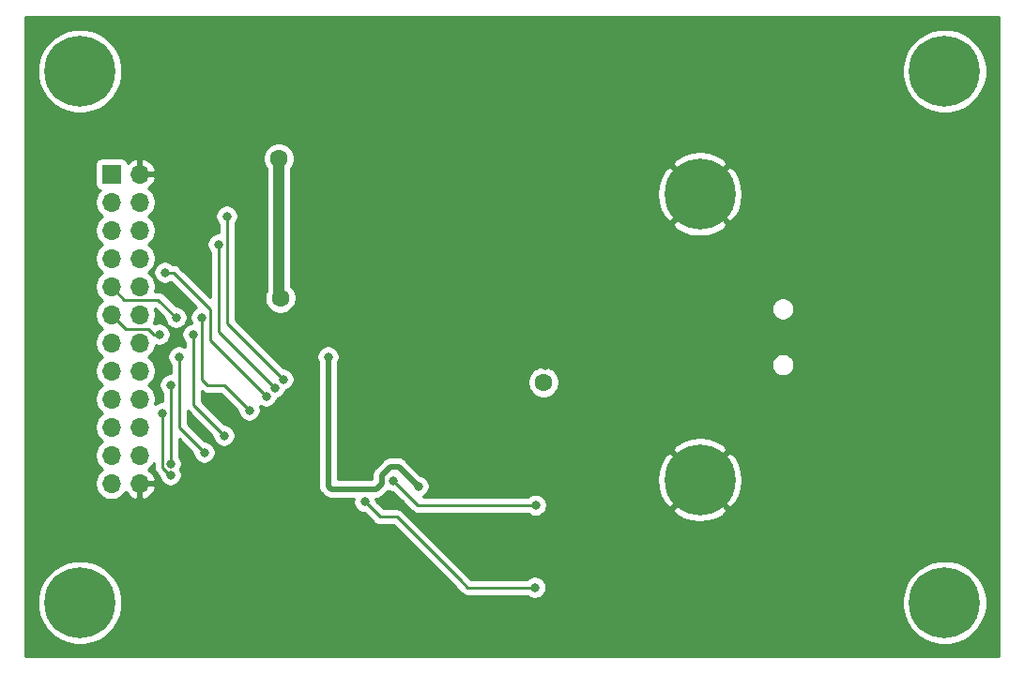
<source format=gbl>
G04 #@! TF.GenerationSoftware,KiCad,Pcbnew,(5.1.12)-1*
G04 #@! TF.CreationDate,2021-12-17T11:46:06+01:00*
G04 #@! TF.ProjectId,eth_phy_KSZ8041MLL_mezzanine,6574685f-7068-4795-9f4b-535a38303431,rev?*
G04 #@! TF.SameCoordinates,Original*
G04 #@! TF.FileFunction,Copper,L2,Bot*
G04 #@! TF.FilePolarity,Positive*
%FSLAX46Y46*%
G04 Gerber Fmt 4.6, Leading zero omitted, Abs format (unit mm)*
G04 Created by KiCad (PCBNEW (5.1.12)-1) date 2021-12-17 11:46:06*
%MOMM*%
%LPD*%
G01*
G04 APERTURE LIST*
G04 #@! TA.AperFunction,ComponentPad*
%ADD10O,1.700000X1.700000*%
G04 #@! TD*
G04 #@! TA.AperFunction,ComponentPad*
%ADD11R,1.700000X1.700000*%
G04 #@! TD*
G04 #@! TA.AperFunction,ComponentPad*
%ADD12C,0.800000*%
G04 #@! TD*
G04 #@! TA.AperFunction,ComponentPad*
%ADD13C,6.400000*%
G04 #@! TD*
G04 #@! TA.AperFunction,ViaPad*
%ADD14C,0.800000*%
G04 #@! TD*
G04 #@! TA.AperFunction,ViaPad*
%ADD15C,1.600000*%
G04 #@! TD*
G04 #@! TA.AperFunction,Conductor*
%ADD16C,0.250000*%
G04 #@! TD*
G04 #@! TA.AperFunction,Conductor*
%ADD17C,1.000000*%
G04 #@! TD*
G04 #@! TA.AperFunction,Conductor*
%ADD18C,0.500000*%
G04 #@! TD*
G04 #@! TA.AperFunction,Conductor*
%ADD19C,0.254000*%
G04 #@! TD*
G04 #@! TA.AperFunction,Conductor*
%ADD20C,0.100000*%
G04 #@! TD*
G04 APERTURE END LIST*
D10*
X101600000Y-117957600D03*
X99060000Y-117957600D03*
X101600000Y-115417600D03*
X99060000Y-115417600D03*
X101600000Y-112877600D03*
X99060000Y-112877600D03*
X101600000Y-110337600D03*
X99060000Y-110337600D03*
X101600000Y-107797600D03*
X99060000Y-107797600D03*
X101600000Y-105257600D03*
X99060000Y-105257600D03*
X101600000Y-102717600D03*
X99060000Y-102717600D03*
X101600000Y-100177600D03*
X99060000Y-100177600D03*
X101600000Y-97637600D03*
X99060000Y-97637600D03*
X101600000Y-95097600D03*
X99060000Y-95097600D03*
X101600000Y-92557600D03*
X99060000Y-92557600D03*
X101600000Y-90017600D03*
D11*
X99060000Y-90017600D03*
D12*
X97917056Y-79026544D03*
X96220000Y-78323600D03*
X94522944Y-79026544D03*
X93820000Y-80723600D03*
X94522944Y-82420656D03*
X96220000Y-83123600D03*
X97917056Y-82420656D03*
X98620000Y-80723600D03*
D13*
X96220000Y-80723600D03*
D12*
X175917056Y-79026544D03*
X174220000Y-78323600D03*
X172522944Y-79026544D03*
X171820000Y-80723600D03*
X172522944Y-82420656D03*
X174220000Y-83123600D03*
X175917056Y-82420656D03*
X176620000Y-80723600D03*
D13*
X174220000Y-80723600D03*
D12*
X97917056Y-127026544D03*
X96220000Y-126323600D03*
X94522944Y-127026544D03*
X93820000Y-128723600D03*
X94522944Y-130420656D03*
X96220000Y-131123600D03*
X97917056Y-130420656D03*
X98620000Y-128723600D03*
D13*
X96220000Y-128723600D03*
D12*
X175917056Y-127026544D03*
X174220000Y-126323600D03*
X172522944Y-127026544D03*
X171820000Y-128723600D03*
X172522944Y-130420656D03*
X174220000Y-131123600D03*
X175917056Y-130420656D03*
X176620000Y-128723600D03*
D13*
X174220000Y-128723600D03*
D12*
X153842256Y-90123344D03*
X152145200Y-89420400D03*
X150448144Y-90123344D03*
X149745200Y-91820400D03*
X150448144Y-93517456D03*
X152145200Y-94220400D03*
X153842256Y-93517456D03*
X154545200Y-91820400D03*
D13*
X152145200Y-91820400D03*
D12*
X153842256Y-115929744D03*
X152145200Y-115226800D03*
X150448144Y-115929744D03*
X149745200Y-117626800D03*
X150448144Y-119323856D03*
X152145200Y-120026800D03*
X153842256Y-119323856D03*
X154545200Y-117626800D03*
D13*
X152145200Y-117626800D03*
D14*
X121920000Y-119608600D03*
X124460000Y-117703600D03*
X163306396Y-107513600D03*
X164865595Y-107513600D03*
X168485096Y-105933391D03*
X169970009Y-103833607D03*
X169970009Y-102504148D03*
X169970009Y-101174689D03*
X169970009Y-99845231D03*
X168648889Y-97677601D03*
X167708820Y-96737532D03*
X166768751Y-95797463D03*
X165721445Y-95012342D03*
X164395154Y-94973590D03*
X163065696Y-94973590D03*
X161736237Y-94973590D03*
X160406778Y-94973590D03*
X159077319Y-94973590D03*
X157747860Y-94973590D03*
X156418402Y-94973590D03*
X151469468Y-95999243D03*
X149589330Y-97879381D03*
X148649260Y-98819451D03*
X145394854Y-100699590D03*
X144020586Y-100699590D03*
X142646318Y-100699590D03*
X141272050Y-100699590D03*
X139897782Y-100699590D03*
X138523514Y-100699590D03*
X137149246Y-100699590D03*
X166424774Y-107512289D03*
X146769122Y-100699590D03*
X146016103Y-106507210D03*
X147405438Y-106507210D03*
X143761974Y-106890579D03*
X162681522Y-101023600D03*
X165970009Y-101626269D03*
X165937304Y-100247430D03*
X165127862Y-99156574D03*
X162799345Y-97973590D03*
X161418052Y-97973590D03*
X160036758Y-97973590D03*
X158655465Y-97973590D03*
X157274171Y-97973590D03*
X155892878Y-97973590D03*
X154511585Y-97973590D03*
X152167097Y-99301614D03*
X151136601Y-100332110D03*
X150106104Y-101362607D03*
X149075608Y-102393103D03*
X146663968Y-103423600D03*
X145282824Y-103423600D03*
X143901681Y-103423600D03*
X142520537Y-103423600D03*
X141139393Y-103423600D03*
X148045112Y-103423600D03*
X120904000Y-102209600D03*
X115824000Y-93827600D03*
X118745000Y-96367600D03*
X97155000Y-101193600D03*
X115824000Y-96367600D03*
X125730000Y-103733600D03*
X128270000Y-103733600D03*
X121666000Y-100939600D03*
X128270000Y-108813600D03*
X117348000Y-112115600D03*
X123190000Y-108813600D03*
X125730000Y-106273600D03*
X123190000Y-103733600D03*
X119888000Y-100939600D03*
X123190000Y-106273600D03*
X118745000Y-93827600D03*
X121920000Y-93827600D03*
X121920000Y-96367600D03*
X125730000Y-108723600D03*
X130175000Y-110718600D03*
X130175000Y-101828600D03*
X114300000Y-103733600D03*
X111760000Y-103733600D03*
X111760000Y-101828600D03*
X128270000Y-106273600D03*
X114350800Y-106629200D03*
X120142000Y-110337600D03*
X120142000Y-112115600D03*
X117348000Y-110337600D03*
D15*
X144720000Y-116223600D03*
X152958000Y-129135600D03*
D14*
X134620000Y-94843600D03*
X138176000Y-107289600D03*
D15*
X152220000Y-86223600D03*
X144720000Y-86223600D03*
X144720000Y-78723600D03*
X96220000Y-120723600D03*
X94720000Y-86223600D03*
X158673000Y-86336600D03*
D14*
X136652000Y-110591600D03*
D15*
X137220000Y-86223600D03*
D14*
X132080000Y-116687600D03*
D15*
X132220000Y-78723600D03*
X107220000Y-78723600D03*
X119720000Y-78723600D03*
D14*
X165870000Y-103323600D03*
X154170000Y-101423600D03*
X153820000Y-104623600D03*
X141120000Y-106073600D03*
D15*
X174220000Y-89723600D03*
X174220000Y-100723600D03*
X174220000Y-109723600D03*
D14*
X127220000Y-113723600D03*
D15*
X161220000Y-109723600D03*
X166220000Y-119723600D03*
X106220000Y-130723600D03*
X142220000Y-93723600D03*
X114300000Y-101193600D03*
X114173000Y-88620600D03*
X138049000Y-108813600D03*
D14*
X118616700Y-106526300D03*
X126746000Y-118211600D03*
X103669000Y-111607600D03*
X104394000Y-117195600D03*
X104394000Y-109067600D03*
X104394000Y-116179600D03*
X105156000Y-106527600D03*
X107442000Y-115163600D03*
X106426000Y-104495600D03*
X103382653Y-104500253D03*
X109220000Y-113639600D03*
X107188000Y-102971600D03*
X111506000Y-111353600D03*
X104906653Y-102976253D03*
X103886000Y-98907600D03*
X113030000Y-110083600D03*
X108712000Y-96367600D03*
X113792000Y-109321600D03*
X109474000Y-93827600D03*
X114554000Y-108559600D03*
X137260800Y-127357600D03*
X137337000Y-119915400D03*
D16*
X125730000Y-118973600D02*
X124460000Y-117703600D01*
D17*
X114173000Y-88620600D02*
X114173000Y-101066600D01*
X114173000Y-101066600D02*
X114300000Y-101193600D01*
D18*
X118872000Y-118465600D02*
X122936000Y-118465600D01*
X123444000Y-117957600D02*
X123444000Y-117195600D01*
X123444000Y-117195600D02*
X123786001Y-116853599D01*
X123786001Y-116853599D02*
X124206000Y-116433600D01*
X124968000Y-116433600D02*
X126746000Y-118211600D01*
X118616700Y-118210300D02*
X118872000Y-118465600D01*
X118616700Y-106526300D02*
X118616700Y-118210300D01*
X122936000Y-118465600D02*
X123444000Y-117957600D01*
X124206000Y-116433600D02*
X124968000Y-116433600D01*
D16*
X103668999Y-116527601D02*
X104336998Y-117195600D01*
X104336998Y-117195600D02*
X104394000Y-117195600D01*
X103669000Y-111607600D02*
X103668999Y-116527601D01*
X104394000Y-109067600D02*
X104394000Y-116179600D01*
X105156000Y-106527600D02*
X105156000Y-112877600D01*
X105156000Y-112877600D02*
X107442000Y-115163600D01*
X102362000Y-103987600D02*
X102870000Y-104495600D01*
X102874653Y-104500253D02*
X103382653Y-104500253D01*
X106426000Y-104495600D02*
X106426000Y-110845600D01*
X106426000Y-110845600D02*
X109220000Y-113639600D01*
X100330000Y-103987600D02*
X102362000Y-103987600D01*
X102870000Y-104495600D02*
X102874653Y-104500253D01*
X99060000Y-102717600D02*
X100330000Y-103987600D01*
X99060000Y-100177600D02*
X100235001Y-101352601D01*
X107188000Y-102971600D02*
X107188000Y-108559600D01*
X103283001Y-101352601D02*
X104906653Y-102976253D01*
X107188000Y-108559600D02*
X107696000Y-109067600D01*
X109220000Y-109067600D02*
X111506000Y-111353600D01*
X107696000Y-109067600D02*
X108712000Y-109067600D01*
X100235001Y-101352601D02*
X103283001Y-101352601D01*
X108712000Y-109067600D02*
X109220000Y-109067600D01*
X107950000Y-102209600D02*
X107950000Y-105003600D01*
X104648000Y-98907600D02*
X107950000Y-102209600D01*
X107950000Y-105003600D02*
X113030000Y-110083600D01*
X103886000Y-98907600D02*
X104648000Y-98907600D01*
X108712000Y-104241600D02*
X113792000Y-109321600D01*
X108712000Y-96367600D02*
X108712000Y-104241600D01*
X109474000Y-93827600D02*
X109474000Y-103479600D01*
X109474000Y-103479600D02*
X114554000Y-108559600D01*
X121920000Y-119608600D02*
X123293600Y-120982200D01*
X123293600Y-120982200D02*
X124814800Y-120982200D01*
X124814800Y-120982200D02*
X130555200Y-126722600D01*
X131190200Y-127357600D02*
X137260800Y-127357600D01*
X130555200Y-126722600D02*
X131190200Y-127357600D01*
X125730000Y-118973600D02*
X125730000Y-118976400D01*
X126669000Y-119915400D02*
X137337000Y-119915400D01*
X125730000Y-118976400D02*
X126669000Y-119915400D01*
D19*
X179093000Y-133596600D02*
X91347000Y-133596600D01*
X91347000Y-128345885D01*
X92385000Y-128345885D01*
X92385000Y-129101315D01*
X92532377Y-129842228D01*
X92821467Y-130540154D01*
X93241161Y-131168270D01*
X93775330Y-131702439D01*
X94403446Y-132122133D01*
X95101372Y-132411223D01*
X95842285Y-132558600D01*
X96597715Y-132558600D01*
X97338628Y-132411223D01*
X98036554Y-132122133D01*
X98664670Y-131702439D01*
X99198839Y-131168270D01*
X99618533Y-130540154D01*
X99907623Y-129842228D01*
X100055000Y-129101315D01*
X100055000Y-128345885D01*
X99907623Y-127604972D01*
X99618533Y-126907046D01*
X99198839Y-126278930D01*
X98664670Y-125744761D01*
X98036554Y-125325067D01*
X97338628Y-125035977D01*
X96597715Y-124888600D01*
X95842285Y-124888600D01*
X95101372Y-125035977D01*
X94403446Y-125325067D01*
X93775330Y-125744761D01*
X93241161Y-126278930D01*
X92821467Y-126907046D01*
X92532377Y-127604972D01*
X92385000Y-128345885D01*
X91347000Y-128345885D01*
X91347000Y-89167600D01*
X97571928Y-89167600D01*
X97571928Y-90867600D01*
X97584188Y-90992082D01*
X97620498Y-91111780D01*
X97679463Y-91222094D01*
X97758815Y-91318785D01*
X97855506Y-91398137D01*
X97965820Y-91457102D01*
X98038380Y-91479113D01*
X97906525Y-91610968D01*
X97744010Y-91854189D01*
X97632068Y-92124442D01*
X97575000Y-92411340D01*
X97575000Y-92703860D01*
X97632068Y-92990758D01*
X97744010Y-93261011D01*
X97906525Y-93504232D01*
X98113368Y-93711075D01*
X98287760Y-93827600D01*
X98113368Y-93944125D01*
X97906525Y-94150968D01*
X97744010Y-94394189D01*
X97632068Y-94664442D01*
X97575000Y-94951340D01*
X97575000Y-95243860D01*
X97632068Y-95530758D01*
X97744010Y-95801011D01*
X97906525Y-96044232D01*
X98113368Y-96251075D01*
X98287760Y-96367600D01*
X98113368Y-96484125D01*
X97906525Y-96690968D01*
X97744010Y-96934189D01*
X97632068Y-97204442D01*
X97575000Y-97491340D01*
X97575000Y-97783860D01*
X97632068Y-98070758D01*
X97744010Y-98341011D01*
X97906525Y-98584232D01*
X98113368Y-98791075D01*
X98287760Y-98907600D01*
X98113368Y-99024125D01*
X97906525Y-99230968D01*
X97744010Y-99474189D01*
X97632068Y-99744442D01*
X97575000Y-100031340D01*
X97575000Y-100323860D01*
X97632068Y-100610758D01*
X97744010Y-100881011D01*
X97906525Y-101124232D01*
X98113368Y-101331075D01*
X98287760Y-101447600D01*
X98113368Y-101564125D01*
X97906525Y-101770968D01*
X97744010Y-102014189D01*
X97632068Y-102284442D01*
X97575000Y-102571340D01*
X97575000Y-102863860D01*
X97632068Y-103150758D01*
X97744010Y-103421011D01*
X97906525Y-103664232D01*
X98113368Y-103871075D01*
X98287760Y-103987600D01*
X98113368Y-104104125D01*
X97906525Y-104310968D01*
X97744010Y-104554189D01*
X97632068Y-104824442D01*
X97575000Y-105111340D01*
X97575000Y-105403860D01*
X97632068Y-105690758D01*
X97744010Y-105961011D01*
X97906525Y-106204232D01*
X98113368Y-106411075D01*
X98287760Y-106527600D01*
X98113368Y-106644125D01*
X97906525Y-106850968D01*
X97744010Y-107094189D01*
X97632068Y-107364442D01*
X97575000Y-107651340D01*
X97575000Y-107943860D01*
X97632068Y-108230758D01*
X97744010Y-108501011D01*
X97906525Y-108744232D01*
X98113368Y-108951075D01*
X98287760Y-109067600D01*
X98113368Y-109184125D01*
X97906525Y-109390968D01*
X97744010Y-109634189D01*
X97632068Y-109904442D01*
X97575000Y-110191340D01*
X97575000Y-110483860D01*
X97632068Y-110770758D01*
X97744010Y-111041011D01*
X97906525Y-111284232D01*
X98113368Y-111491075D01*
X98287760Y-111607600D01*
X98113368Y-111724125D01*
X97906525Y-111930968D01*
X97744010Y-112174189D01*
X97632068Y-112444442D01*
X97575000Y-112731340D01*
X97575000Y-113023860D01*
X97632068Y-113310758D01*
X97744010Y-113581011D01*
X97906525Y-113824232D01*
X98113368Y-114031075D01*
X98287760Y-114147600D01*
X98113368Y-114264125D01*
X97906525Y-114470968D01*
X97744010Y-114714189D01*
X97632068Y-114984442D01*
X97575000Y-115271340D01*
X97575000Y-115563860D01*
X97632068Y-115850758D01*
X97744010Y-116121011D01*
X97906525Y-116364232D01*
X98113368Y-116571075D01*
X98287760Y-116687600D01*
X98113368Y-116804125D01*
X97906525Y-117010968D01*
X97744010Y-117254189D01*
X97632068Y-117524442D01*
X97575000Y-117811340D01*
X97575000Y-118103860D01*
X97632068Y-118390758D01*
X97744010Y-118661011D01*
X97906525Y-118904232D01*
X98113368Y-119111075D01*
X98356589Y-119273590D01*
X98626842Y-119385532D01*
X98913740Y-119442600D01*
X99206260Y-119442600D01*
X99493158Y-119385532D01*
X99763411Y-119273590D01*
X100006632Y-119111075D01*
X100213475Y-118904232D01*
X100331100Y-118728194D01*
X100502412Y-118957869D01*
X100718645Y-119152778D01*
X100968748Y-119301757D01*
X101243109Y-119399081D01*
X101473000Y-119278414D01*
X101473000Y-118084600D01*
X101727000Y-118084600D01*
X101727000Y-119278414D01*
X101956891Y-119399081D01*
X102231252Y-119301757D01*
X102481355Y-119152778D01*
X102697588Y-118957869D01*
X102871641Y-118724520D01*
X102996825Y-118461699D01*
X103041476Y-118314490D01*
X102920155Y-118084600D01*
X101727000Y-118084600D01*
X101473000Y-118084600D01*
X101453000Y-118084600D01*
X101453000Y-117830600D01*
X101473000Y-117830600D01*
X101473000Y-117810600D01*
X101727000Y-117810600D01*
X101727000Y-117830600D01*
X102920155Y-117830600D01*
X103041476Y-117600710D01*
X102996825Y-117453501D01*
X102871641Y-117190680D01*
X102697588Y-116957331D01*
X102481355Y-116762422D01*
X102364466Y-116692795D01*
X102546632Y-116571075D01*
X102753475Y-116364232D01*
X102908999Y-116131474D01*
X102908999Y-116490278D01*
X102905323Y-116527601D01*
X102908999Y-116564923D01*
X102908999Y-116564933D01*
X102919996Y-116676586D01*
X102963453Y-116819847D01*
X103034025Y-116951877D01*
X103097028Y-117028646D01*
X103128998Y-117067601D01*
X103157996Y-117091399D01*
X103359000Y-117292403D01*
X103359000Y-117297539D01*
X103398774Y-117497498D01*
X103476795Y-117685856D01*
X103590063Y-117855374D01*
X103734226Y-117999537D01*
X103903744Y-118112805D01*
X104092102Y-118190826D01*
X104292061Y-118230600D01*
X104495939Y-118230600D01*
X104695898Y-118190826D01*
X104884256Y-118112805D01*
X105053774Y-117999537D01*
X105197937Y-117855374D01*
X105311205Y-117685856D01*
X105389226Y-117497498D01*
X105429000Y-117297539D01*
X105429000Y-117093661D01*
X105389226Y-116893702D01*
X105311205Y-116705344D01*
X105299349Y-116687600D01*
X105311205Y-116669856D01*
X105389226Y-116481498D01*
X105429000Y-116281539D01*
X105429000Y-116077661D01*
X105389226Y-115877702D01*
X105311205Y-115689344D01*
X105197937Y-115519826D01*
X105154000Y-115475889D01*
X105154000Y-113950401D01*
X106407000Y-115203402D01*
X106407000Y-115265539D01*
X106446774Y-115465498D01*
X106524795Y-115653856D01*
X106638063Y-115823374D01*
X106782226Y-115967537D01*
X106951744Y-116080805D01*
X107140102Y-116158826D01*
X107340061Y-116198600D01*
X107543939Y-116198600D01*
X107743898Y-116158826D01*
X107932256Y-116080805D01*
X108101774Y-115967537D01*
X108245937Y-115823374D01*
X108359205Y-115653856D01*
X108437226Y-115465498D01*
X108477000Y-115265539D01*
X108477000Y-115061661D01*
X108437226Y-114861702D01*
X108359205Y-114673344D01*
X108245937Y-114503826D01*
X108101774Y-114359663D01*
X107932256Y-114246395D01*
X107743898Y-114168374D01*
X107543939Y-114128600D01*
X107481802Y-114128600D01*
X105916000Y-112562799D01*
X105916000Y-111410401D01*
X108185000Y-113679402D01*
X108185000Y-113741539D01*
X108224774Y-113941498D01*
X108302795Y-114129856D01*
X108416063Y-114299374D01*
X108560226Y-114443537D01*
X108729744Y-114556805D01*
X108918102Y-114634826D01*
X109118061Y-114674600D01*
X109321939Y-114674600D01*
X109521898Y-114634826D01*
X109710256Y-114556805D01*
X109879774Y-114443537D01*
X110023937Y-114299374D01*
X110137205Y-114129856D01*
X110215226Y-113941498D01*
X110255000Y-113741539D01*
X110255000Y-113537661D01*
X110215226Y-113337702D01*
X110137205Y-113149344D01*
X110023937Y-112979826D01*
X109879774Y-112835663D01*
X109710256Y-112722395D01*
X109521898Y-112644374D01*
X109321939Y-112604600D01*
X109259802Y-112604600D01*
X107186000Y-110530799D01*
X107186000Y-109632222D01*
X107271724Y-109702574D01*
X107403753Y-109773146D01*
X107547014Y-109816603D01*
X107658667Y-109827600D01*
X107658676Y-109827600D01*
X107695999Y-109831276D01*
X107733322Y-109827600D01*
X108905199Y-109827600D01*
X110471000Y-111393402D01*
X110471000Y-111455539D01*
X110510774Y-111655498D01*
X110588795Y-111843856D01*
X110702063Y-112013374D01*
X110846226Y-112157537D01*
X111015744Y-112270805D01*
X111204102Y-112348826D01*
X111404061Y-112388600D01*
X111607939Y-112388600D01*
X111807898Y-112348826D01*
X111996256Y-112270805D01*
X112165774Y-112157537D01*
X112309937Y-112013374D01*
X112423205Y-111843856D01*
X112501226Y-111655498D01*
X112541000Y-111455539D01*
X112541000Y-111251661D01*
X112501226Y-111051702D01*
X112457335Y-110945741D01*
X112539744Y-111000805D01*
X112728102Y-111078826D01*
X112928061Y-111118600D01*
X113131939Y-111118600D01*
X113331898Y-111078826D01*
X113520256Y-111000805D01*
X113689774Y-110887537D01*
X113833937Y-110743374D01*
X113947205Y-110573856D01*
X114025226Y-110385498D01*
X114036619Y-110328219D01*
X114093898Y-110316826D01*
X114282256Y-110238805D01*
X114451774Y-110125537D01*
X114595937Y-109981374D01*
X114709205Y-109811856D01*
X114787226Y-109623498D01*
X114798619Y-109566219D01*
X114855898Y-109554826D01*
X115044256Y-109476805D01*
X115213774Y-109363537D01*
X115357937Y-109219374D01*
X115471205Y-109049856D01*
X115549226Y-108861498D01*
X115589000Y-108661539D01*
X115589000Y-108457661D01*
X115549226Y-108257702D01*
X115471205Y-108069344D01*
X115357937Y-107899826D01*
X115213774Y-107755663D01*
X115044256Y-107642395D01*
X114855898Y-107564374D01*
X114655939Y-107524600D01*
X114593802Y-107524600D01*
X113493563Y-106424361D01*
X117581700Y-106424361D01*
X117581700Y-106628239D01*
X117621474Y-106828198D01*
X117699495Y-107016556D01*
X117731700Y-107064754D01*
X117731701Y-118166821D01*
X117727419Y-118210300D01*
X117744505Y-118383790D01*
X117795112Y-118550613D01*
X117877290Y-118704359D01*
X117960168Y-118805346D01*
X117960171Y-118805349D01*
X117987884Y-118839117D01*
X118021652Y-118866830D01*
X118215466Y-119060644D01*
X118243183Y-119094417D01*
X118377941Y-119205011D01*
X118531687Y-119287189D01*
X118698510Y-119337795D01*
X118828523Y-119350600D01*
X118828531Y-119350600D01*
X118872000Y-119354881D01*
X118915469Y-119350600D01*
X120916042Y-119350600D01*
X120885000Y-119506661D01*
X120885000Y-119710539D01*
X120924774Y-119910498D01*
X121002795Y-120098856D01*
X121116063Y-120268374D01*
X121260226Y-120412537D01*
X121429744Y-120525805D01*
X121618102Y-120603826D01*
X121818061Y-120643600D01*
X121880199Y-120643600D01*
X122729800Y-121493202D01*
X122753599Y-121522201D01*
X122869324Y-121617174D01*
X123001353Y-121687746D01*
X123144614Y-121731203D01*
X123256267Y-121742200D01*
X123256275Y-121742200D01*
X123293600Y-121745876D01*
X123330925Y-121742200D01*
X124499999Y-121742200D01*
X130044197Y-127286399D01*
X130044202Y-127286403D01*
X130626400Y-127868602D01*
X130650199Y-127897601D01*
X130679197Y-127921399D01*
X130765924Y-127992574D01*
X130897953Y-128063146D01*
X131041214Y-128106603D01*
X131190200Y-128121277D01*
X131227533Y-128117600D01*
X136557089Y-128117600D01*
X136601026Y-128161537D01*
X136770544Y-128274805D01*
X136958902Y-128352826D01*
X137158861Y-128392600D01*
X137362739Y-128392600D01*
X137562698Y-128352826D01*
X137579454Y-128345885D01*
X170385000Y-128345885D01*
X170385000Y-129101315D01*
X170532377Y-129842228D01*
X170821467Y-130540154D01*
X171241161Y-131168270D01*
X171775330Y-131702439D01*
X172403446Y-132122133D01*
X173101372Y-132411223D01*
X173842285Y-132558600D01*
X174597715Y-132558600D01*
X175338628Y-132411223D01*
X176036554Y-132122133D01*
X176664670Y-131702439D01*
X177198839Y-131168270D01*
X177618533Y-130540154D01*
X177907623Y-129842228D01*
X178055000Y-129101315D01*
X178055000Y-128345885D01*
X177907623Y-127604972D01*
X177618533Y-126907046D01*
X177198839Y-126278930D01*
X176664670Y-125744761D01*
X176036554Y-125325067D01*
X175338628Y-125035977D01*
X174597715Y-124888600D01*
X173842285Y-124888600D01*
X173101372Y-125035977D01*
X172403446Y-125325067D01*
X171775330Y-125744761D01*
X171241161Y-126278930D01*
X170821467Y-126907046D01*
X170532377Y-127604972D01*
X170385000Y-128345885D01*
X137579454Y-128345885D01*
X137751056Y-128274805D01*
X137920574Y-128161537D01*
X138064737Y-128017374D01*
X138178005Y-127847856D01*
X138256026Y-127659498D01*
X138295800Y-127459539D01*
X138295800Y-127255661D01*
X138256026Y-127055702D01*
X138178005Y-126867344D01*
X138064737Y-126697826D01*
X137920574Y-126553663D01*
X137751056Y-126440395D01*
X137562698Y-126362374D01*
X137362739Y-126322600D01*
X137158861Y-126322600D01*
X136958902Y-126362374D01*
X136770544Y-126440395D01*
X136601026Y-126553663D01*
X136557089Y-126597600D01*
X131505002Y-126597600D01*
X131119003Y-126211602D01*
X131118999Y-126211597D01*
X125378604Y-120471203D01*
X125354801Y-120442199D01*
X125239076Y-120347226D01*
X125107047Y-120276654D01*
X124963786Y-120233197D01*
X124852133Y-120222200D01*
X124852122Y-120222200D01*
X124814800Y-120218524D01*
X124777478Y-120222200D01*
X123608402Y-120222200D01*
X122955000Y-119568799D01*
X122955000Y-119506661D01*
X122924586Y-119353757D01*
X122936000Y-119354881D01*
X122979469Y-119350600D01*
X122979477Y-119350600D01*
X123109490Y-119337795D01*
X123276313Y-119287189D01*
X123430059Y-119205011D01*
X123564817Y-119094417D01*
X123592534Y-119060644D01*
X124014029Y-118639149D01*
X124158102Y-118698826D01*
X124358061Y-118738600D01*
X124420199Y-118738600D01*
X125153386Y-119471788D01*
X125189999Y-119516401D01*
X125219001Y-119540202D01*
X126105201Y-120426403D01*
X126128999Y-120455401D01*
X126157997Y-120479199D01*
X126244724Y-120550374D01*
X126376753Y-120620946D01*
X126520014Y-120664403D01*
X126669000Y-120679077D01*
X126706333Y-120675400D01*
X136633289Y-120675400D01*
X136677226Y-120719337D01*
X136846744Y-120832605D01*
X137035102Y-120910626D01*
X137235061Y-120950400D01*
X137438939Y-120950400D01*
X137638898Y-120910626D01*
X137827256Y-120832605D01*
X137996774Y-120719337D01*
X138140937Y-120575174D01*
X138254205Y-120405656D01*
X138286503Y-120327681D01*
X149623924Y-120327681D01*
X149984112Y-120817348D01*
X150648082Y-121177649D01*
X151369585Y-121401494D01*
X152120895Y-121480280D01*
X152873138Y-121410978D01*
X153597408Y-121196252D01*
X154265870Y-120844355D01*
X154306288Y-120817348D01*
X154666476Y-120327681D01*
X152145200Y-117806405D01*
X149623924Y-120327681D01*
X138286503Y-120327681D01*
X138332226Y-120217298D01*
X138372000Y-120017339D01*
X138372000Y-119813461D01*
X138332226Y-119613502D01*
X138254205Y-119425144D01*
X138140937Y-119255626D01*
X137996774Y-119111463D01*
X137827256Y-118998195D01*
X137638898Y-118920174D01*
X137438939Y-118880400D01*
X137235061Y-118880400D01*
X137035102Y-118920174D01*
X136846744Y-118998195D01*
X136677226Y-119111463D01*
X136633289Y-119155400D01*
X127172050Y-119155400D01*
X127236256Y-119128805D01*
X127405774Y-119015537D01*
X127549937Y-118871374D01*
X127663205Y-118701856D01*
X127741226Y-118513498D01*
X127781000Y-118313539D01*
X127781000Y-118109661D01*
X127741226Y-117909702D01*
X127663205Y-117721344D01*
X127583793Y-117602495D01*
X148291720Y-117602495D01*
X148361022Y-118354738D01*
X148575748Y-119079008D01*
X148927645Y-119747470D01*
X148954652Y-119787888D01*
X149444319Y-120148076D01*
X151965595Y-117626800D01*
X152324805Y-117626800D01*
X154846081Y-120148076D01*
X155335748Y-119787888D01*
X155696049Y-119123918D01*
X155919894Y-118402415D01*
X155998680Y-117651105D01*
X155929378Y-116898862D01*
X155714652Y-116174592D01*
X155362755Y-115506130D01*
X155335748Y-115465712D01*
X154846081Y-115105524D01*
X152324805Y-117626800D01*
X151965595Y-117626800D01*
X149444319Y-115105524D01*
X148954652Y-115465712D01*
X148594351Y-116129682D01*
X148370506Y-116851185D01*
X148291720Y-117602495D01*
X127583793Y-117602495D01*
X127549937Y-117551826D01*
X127405774Y-117407663D01*
X127236256Y-117294395D01*
X127047898Y-117216374D01*
X126991044Y-117205065D01*
X125624534Y-115838556D01*
X125596817Y-115804783D01*
X125462059Y-115694189D01*
X125308313Y-115612011D01*
X125141490Y-115561405D01*
X125011477Y-115548600D01*
X125011469Y-115548600D01*
X124968000Y-115544319D01*
X124924531Y-115548600D01*
X124249465Y-115548600D01*
X124205999Y-115544319D01*
X124162533Y-115548600D01*
X124162523Y-115548600D01*
X124032510Y-115561405D01*
X123865687Y-115612011D01*
X123711941Y-115694189D01*
X123577183Y-115804783D01*
X123549466Y-115838556D01*
X122848952Y-116539070D01*
X122815184Y-116566783D01*
X122787471Y-116600551D01*
X122787468Y-116600554D01*
X122742294Y-116655599D01*
X122704590Y-116701541D01*
X122622412Y-116855287D01*
X122571805Y-117022110D01*
X122559000Y-117152123D01*
X122559000Y-117152131D01*
X122554719Y-117195600D01*
X122559000Y-117239069D01*
X122559000Y-117580600D01*
X119501700Y-117580600D01*
X119501700Y-114925919D01*
X149623924Y-114925919D01*
X152145200Y-117447195D01*
X154666476Y-114925919D01*
X154306288Y-114436252D01*
X153642318Y-114075951D01*
X152920815Y-113852106D01*
X152169505Y-113773320D01*
X151417262Y-113842622D01*
X150692992Y-114057348D01*
X150024530Y-114409245D01*
X149984112Y-114436252D01*
X149623924Y-114925919D01*
X119501700Y-114925919D01*
X119501700Y-108672265D01*
X136614000Y-108672265D01*
X136614000Y-108954935D01*
X136669147Y-109232174D01*
X136777320Y-109493327D01*
X136934363Y-109728359D01*
X137134241Y-109928237D01*
X137369273Y-110085280D01*
X137630426Y-110193453D01*
X137907665Y-110248600D01*
X138190335Y-110248600D01*
X138467574Y-110193453D01*
X138728727Y-110085280D01*
X138963759Y-109928237D01*
X139163637Y-109728359D01*
X139320680Y-109493327D01*
X139428853Y-109232174D01*
X139484000Y-108954935D01*
X139484000Y-108672265D01*
X139428853Y-108395026D01*
X139320680Y-108133873D01*
X139163637Y-107898841D01*
X138963759Y-107698963D01*
X138728727Y-107541920D01*
X138467574Y-107433747D01*
X138190335Y-107378600D01*
X137907665Y-107378600D01*
X137630426Y-107433747D01*
X137369273Y-107541920D01*
X137134241Y-107698963D01*
X136934363Y-107898841D01*
X136777320Y-108133873D01*
X136669147Y-108395026D01*
X136614000Y-108672265D01*
X119501700Y-108672265D01*
X119501700Y-107140361D01*
X158601820Y-107140361D01*
X158601820Y-107344239D01*
X158641594Y-107544198D01*
X158719615Y-107732556D01*
X158832883Y-107902074D01*
X158977046Y-108046237D01*
X159146564Y-108159505D01*
X159334922Y-108237526D01*
X159534881Y-108277300D01*
X159738759Y-108277300D01*
X159938718Y-108237526D01*
X160127076Y-108159505D01*
X160296594Y-108046237D01*
X160440757Y-107902074D01*
X160554025Y-107732556D01*
X160632046Y-107544198D01*
X160671820Y-107344239D01*
X160671820Y-107140361D01*
X160632046Y-106940402D01*
X160554025Y-106752044D01*
X160440757Y-106582526D01*
X160296594Y-106438363D01*
X160127076Y-106325095D01*
X159938718Y-106247074D01*
X159738759Y-106207300D01*
X159534881Y-106207300D01*
X159334922Y-106247074D01*
X159146564Y-106325095D01*
X158977046Y-106438363D01*
X158832883Y-106582526D01*
X158719615Y-106752044D01*
X158641594Y-106940402D01*
X158601820Y-107140361D01*
X119501700Y-107140361D01*
X119501700Y-107064754D01*
X119533905Y-107016556D01*
X119611926Y-106828198D01*
X119651700Y-106628239D01*
X119651700Y-106424361D01*
X119611926Y-106224402D01*
X119533905Y-106036044D01*
X119420637Y-105866526D01*
X119276474Y-105722363D01*
X119106956Y-105609095D01*
X118918598Y-105531074D01*
X118718639Y-105491300D01*
X118514761Y-105491300D01*
X118314802Y-105531074D01*
X118126444Y-105609095D01*
X117956926Y-105722363D01*
X117812763Y-105866526D01*
X117699495Y-106036044D01*
X117621474Y-106224402D01*
X117581700Y-106424361D01*
X113493563Y-106424361D01*
X110234000Y-103164799D01*
X110234000Y-94531311D01*
X110277937Y-94487374D01*
X110391205Y-94317856D01*
X110469226Y-94129498D01*
X110509000Y-93929539D01*
X110509000Y-93725661D01*
X110469226Y-93525702D01*
X110391205Y-93337344D01*
X110277937Y-93167826D01*
X110133774Y-93023663D01*
X109964256Y-92910395D01*
X109775898Y-92832374D01*
X109575939Y-92792600D01*
X109372061Y-92792600D01*
X109172102Y-92832374D01*
X108983744Y-92910395D01*
X108814226Y-93023663D01*
X108670063Y-93167826D01*
X108556795Y-93337344D01*
X108478774Y-93525702D01*
X108439000Y-93725661D01*
X108439000Y-93929539D01*
X108478774Y-94129498D01*
X108556795Y-94317856D01*
X108670063Y-94487374D01*
X108714000Y-94531311D01*
X108714000Y-95332600D01*
X108610061Y-95332600D01*
X108410102Y-95372374D01*
X108221744Y-95450395D01*
X108052226Y-95563663D01*
X107908063Y-95707826D01*
X107794795Y-95877344D01*
X107716774Y-96065702D01*
X107677000Y-96265661D01*
X107677000Y-96469539D01*
X107716774Y-96669498D01*
X107794795Y-96857856D01*
X107908063Y-97027374D01*
X107952000Y-97071311D01*
X107952001Y-101136799D01*
X105211804Y-98396603D01*
X105188001Y-98367599D01*
X105072276Y-98272626D01*
X104940247Y-98202054D01*
X104796986Y-98158597D01*
X104685333Y-98147600D01*
X104685322Y-98147600D01*
X104648000Y-98143924D01*
X104610678Y-98147600D01*
X104589711Y-98147600D01*
X104545774Y-98103663D01*
X104376256Y-97990395D01*
X104187898Y-97912374D01*
X103987939Y-97872600D01*
X103784061Y-97872600D01*
X103584102Y-97912374D01*
X103395744Y-97990395D01*
X103226226Y-98103663D01*
X103082063Y-98247826D01*
X102968795Y-98417344D01*
X102890774Y-98605702D01*
X102851000Y-98805661D01*
X102851000Y-99009539D01*
X102890774Y-99209498D01*
X102968795Y-99397856D01*
X103082063Y-99567374D01*
X103226226Y-99711537D01*
X103395744Y-99824805D01*
X103584102Y-99902826D01*
X103784061Y-99942600D01*
X103987939Y-99942600D01*
X104187898Y-99902826D01*
X104376256Y-99824805D01*
X104444683Y-99779084D01*
X106713477Y-102047878D01*
X106697744Y-102054395D01*
X106528226Y-102167663D01*
X106384063Y-102311826D01*
X106270795Y-102481344D01*
X106192774Y-102669702D01*
X106153000Y-102869661D01*
X106153000Y-103073539D01*
X106192774Y-103273498D01*
X106270795Y-103461856D01*
X106276303Y-103470100D01*
X106124102Y-103500374D01*
X105935744Y-103578395D01*
X105766226Y-103691663D01*
X105622063Y-103835826D01*
X105508795Y-104005344D01*
X105430774Y-104193702D01*
X105391000Y-104393661D01*
X105391000Y-104597539D01*
X105430774Y-104797498D01*
X105508795Y-104985856D01*
X105622063Y-105155374D01*
X105666000Y-105199311D01*
X105666000Y-105623588D01*
X105646256Y-105610395D01*
X105457898Y-105532374D01*
X105257939Y-105492600D01*
X105054061Y-105492600D01*
X104854102Y-105532374D01*
X104665744Y-105610395D01*
X104496226Y-105723663D01*
X104352063Y-105867826D01*
X104238795Y-106037344D01*
X104160774Y-106225702D01*
X104121000Y-106425661D01*
X104121000Y-106629539D01*
X104160774Y-106829498D01*
X104238795Y-107017856D01*
X104352063Y-107187374D01*
X104396000Y-107231311D01*
X104396000Y-108032600D01*
X104292061Y-108032600D01*
X104092102Y-108072374D01*
X103903744Y-108150395D01*
X103734226Y-108263663D01*
X103590063Y-108407826D01*
X103476795Y-108577344D01*
X103398774Y-108765702D01*
X103359000Y-108965661D01*
X103359000Y-109169539D01*
X103398774Y-109369498D01*
X103476795Y-109557856D01*
X103590063Y-109727374D01*
X103634000Y-109771311D01*
X103634000Y-110572600D01*
X103567061Y-110572600D01*
X103367102Y-110612374D01*
X103178744Y-110690395D01*
X103016245Y-110798973D01*
X103027932Y-110770758D01*
X103085000Y-110483860D01*
X103085000Y-110191340D01*
X103027932Y-109904442D01*
X102915990Y-109634189D01*
X102753475Y-109390968D01*
X102546632Y-109184125D01*
X102372240Y-109067600D01*
X102546632Y-108951075D01*
X102753475Y-108744232D01*
X102915990Y-108501011D01*
X103027932Y-108230758D01*
X103085000Y-107943860D01*
X103085000Y-107651340D01*
X103027932Y-107364442D01*
X102915990Y-107094189D01*
X102753475Y-106850968D01*
X102546632Y-106644125D01*
X102372240Y-106527600D01*
X102546632Y-106411075D01*
X102753475Y-106204232D01*
X102915990Y-105961011D01*
X103027932Y-105690758D01*
X103067840Y-105490129D01*
X103080755Y-105495479D01*
X103280714Y-105535253D01*
X103484592Y-105535253D01*
X103684551Y-105495479D01*
X103872909Y-105417458D01*
X104042427Y-105304190D01*
X104186590Y-105160027D01*
X104299858Y-104990509D01*
X104377879Y-104802151D01*
X104417653Y-104602192D01*
X104417653Y-104398314D01*
X104377879Y-104198355D01*
X104299858Y-104009997D01*
X104186590Y-103840479D01*
X104042427Y-103696316D01*
X103872909Y-103583048D01*
X103684551Y-103505027D01*
X103484592Y-103465253D01*
X103280714Y-103465253D01*
X103080755Y-103505027D01*
X102991287Y-103542086D01*
X102925803Y-103476602D01*
X102902001Y-103447599D01*
X102899562Y-103445597D01*
X102915990Y-103421011D01*
X103027932Y-103150758D01*
X103085000Y-102863860D01*
X103085000Y-102571340D01*
X103027932Y-102284442D01*
X102956753Y-102112601D01*
X102968200Y-102112601D01*
X103871653Y-103016055D01*
X103871653Y-103078192D01*
X103911427Y-103278151D01*
X103989448Y-103466509D01*
X104102716Y-103636027D01*
X104246879Y-103780190D01*
X104416397Y-103893458D01*
X104604755Y-103971479D01*
X104804714Y-104011253D01*
X105008592Y-104011253D01*
X105208551Y-103971479D01*
X105396909Y-103893458D01*
X105566427Y-103780190D01*
X105710590Y-103636027D01*
X105823858Y-103466509D01*
X105901879Y-103278151D01*
X105941653Y-103078192D01*
X105941653Y-102874314D01*
X105901879Y-102674355D01*
X105823858Y-102485997D01*
X105710590Y-102316479D01*
X105566427Y-102172316D01*
X105396909Y-102059048D01*
X105208551Y-101981027D01*
X105008592Y-101941253D01*
X104946455Y-101941253D01*
X103846805Y-100841604D01*
X103823002Y-100812600D01*
X103707277Y-100717627D01*
X103575248Y-100647055D01*
X103431987Y-100603598D01*
X103320334Y-100592601D01*
X103320323Y-100592601D01*
X103283001Y-100588925D01*
X103245679Y-100592601D01*
X103031544Y-100592601D01*
X103085000Y-100323860D01*
X103085000Y-100031340D01*
X103027932Y-99744442D01*
X102915990Y-99474189D01*
X102753475Y-99230968D01*
X102546632Y-99024125D01*
X102372240Y-98907600D01*
X102546632Y-98791075D01*
X102753475Y-98584232D01*
X102915990Y-98341011D01*
X103027932Y-98070758D01*
X103085000Y-97783860D01*
X103085000Y-97491340D01*
X103027932Y-97204442D01*
X102915990Y-96934189D01*
X102753475Y-96690968D01*
X102546632Y-96484125D01*
X102372240Y-96367600D01*
X102546632Y-96251075D01*
X102753475Y-96044232D01*
X102915990Y-95801011D01*
X103027932Y-95530758D01*
X103085000Y-95243860D01*
X103085000Y-94951340D01*
X103027932Y-94664442D01*
X102915990Y-94394189D01*
X102753475Y-94150968D01*
X102546632Y-93944125D01*
X102372240Y-93827600D01*
X102546632Y-93711075D01*
X102753475Y-93504232D01*
X102915990Y-93261011D01*
X103027932Y-92990758D01*
X103085000Y-92703860D01*
X103085000Y-92411340D01*
X103027932Y-92124442D01*
X102915990Y-91854189D01*
X102753475Y-91610968D01*
X102546632Y-91404125D01*
X102364466Y-91282405D01*
X102481355Y-91212778D01*
X102697588Y-91017869D01*
X102871641Y-90784520D01*
X102996825Y-90521699D01*
X103041476Y-90374490D01*
X102920155Y-90144600D01*
X101727000Y-90144600D01*
X101727000Y-90164600D01*
X101473000Y-90164600D01*
X101473000Y-90144600D01*
X101453000Y-90144600D01*
X101453000Y-89890600D01*
X101473000Y-89890600D01*
X101473000Y-88696786D01*
X101727000Y-88696786D01*
X101727000Y-89890600D01*
X102920155Y-89890600D01*
X103041476Y-89660710D01*
X102996825Y-89513501D01*
X102871641Y-89250680D01*
X102697588Y-89017331D01*
X102481355Y-88822422D01*
X102231252Y-88673443D01*
X101956891Y-88576119D01*
X101727000Y-88696786D01*
X101473000Y-88696786D01*
X101243109Y-88576119D01*
X100968748Y-88673443D01*
X100718645Y-88822422D01*
X100522498Y-88999226D01*
X100499502Y-88923420D01*
X100440537Y-88813106D01*
X100361185Y-88716415D01*
X100264494Y-88637063D01*
X100154180Y-88578098D01*
X100034482Y-88541788D01*
X99910000Y-88529528D01*
X98210000Y-88529528D01*
X98085518Y-88541788D01*
X97965820Y-88578098D01*
X97855506Y-88637063D01*
X97758815Y-88716415D01*
X97679463Y-88813106D01*
X97620498Y-88923420D01*
X97584188Y-89043118D01*
X97571928Y-89167600D01*
X91347000Y-89167600D01*
X91347000Y-88479265D01*
X112738000Y-88479265D01*
X112738000Y-88761935D01*
X112793147Y-89039174D01*
X112901320Y-89300327D01*
X113038000Y-89504884D01*
X113038001Y-100499384D01*
X113028320Y-100513873D01*
X112920147Y-100775026D01*
X112865000Y-101052265D01*
X112865000Y-101334935D01*
X112920147Y-101612174D01*
X113028320Y-101873327D01*
X113185363Y-102108359D01*
X113385241Y-102308237D01*
X113620273Y-102465280D01*
X113881426Y-102573453D01*
X114158665Y-102628600D01*
X114441335Y-102628600D01*
X114718574Y-102573453D01*
X114979727Y-102465280D01*
X115214759Y-102308237D01*
X115414637Y-102108359D01*
X115431607Y-102082961D01*
X158601820Y-102082961D01*
X158601820Y-102286839D01*
X158641594Y-102486798D01*
X158719615Y-102675156D01*
X158832883Y-102844674D01*
X158977046Y-102988837D01*
X159146564Y-103102105D01*
X159334922Y-103180126D01*
X159534881Y-103219900D01*
X159738759Y-103219900D01*
X159938718Y-103180126D01*
X160127076Y-103102105D01*
X160296594Y-102988837D01*
X160440757Y-102844674D01*
X160554025Y-102675156D01*
X160632046Y-102486798D01*
X160671820Y-102286839D01*
X160671820Y-102082961D01*
X160632046Y-101883002D01*
X160554025Y-101694644D01*
X160440757Y-101525126D01*
X160296594Y-101380963D01*
X160127076Y-101267695D01*
X159938718Y-101189674D01*
X159738759Y-101149900D01*
X159534881Y-101149900D01*
X159334922Y-101189674D01*
X159146564Y-101267695D01*
X158977046Y-101380963D01*
X158832883Y-101525126D01*
X158719615Y-101694644D01*
X158641594Y-101883002D01*
X158601820Y-102082961D01*
X115431607Y-102082961D01*
X115571680Y-101873327D01*
X115679853Y-101612174D01*
X115735000Y-101334935D01*
X115735000Y-101052265D01*
X115679853Y-100775026D01*
X115571680Y-100513873D01*
X115414637Y-100278841D01*
X115308000Y-100172204D01*
X115308000Y-94521281D01*
X149623924Y-94521281D01*
X149984112Y-95010948D01*
X150648082Y-95371249D01*
X151369585Y-95595094D01*
X152120895Y-95673880D01*
X152873138Y-95604578D01*
X153597408Y-95389852D01*
X154265870Y-95037955D01*
X154306288Y-95010948D01*
X154666476Y-94521281D01*
X152145200Y-92000005D01*
X149623924Y-94521281D01*
X115308000Y-94521281D01*
X115308000Y-91796095D01*
X148291720Y-91796095D01*
X148361022Y-92548338D01*
X148575748Y-93272608D01*
X148927645Y-93941070D01*
X148954652Y-93981488D01*
X149444319Y-94341676D01*
X151965595Y-91820400D01*
X152324805Y-91820400D01*
X154846081Y-94341676D01*
X155335748Y-93981488D01*
X155696049Y-93317518D01*
X155919894Y-92596015D01*
X155998680Y-91844705D01*
X155929378Y-91092462D01*
X155714652Y-90368192D01*
X155362755Y-89699730D01*
X155335748Y-89659312D01*
X154846081Y-89299124D01*
X152324805Y-91820400D01*
X151965595Y-91820400D01*
X149444319Y-89299124D01*
X148954652Y-89659312D01*
X148594351Y-90323282D01*
X148370506Y-91044785D01*
X148291720Y-91796095D01*
X115308000Y-91796095D01*
X115308000Y-89504884D01*
X115444680Y-89300327D01*
X115519573Y-89119519D01*
X149623924Y-89119519D01*
X152145200Y-91640795D01*
X154666476Y-89119519D01*
X154306288Y-88629852D01*
X153642318Y-88269551D01*
X152920815Y-88045706D01*
X152169505Y-87966920D01*
X151417262Y-88036222D01*
X150692992Y-88250948D01*
X150024530Y-88602845D01*
X149984112Y-88629852D01*
X149623924Y-89119519D01*
X115519573Y-89119519D01*
X115552853Y-89039174D01*
X115608000Y-88761935D01*
X115608000Y-88479265D01*
X115552853Y-88202026D01*
X115444680Y-87940873D01*
X115287637Y-87705841D01*
X115087759Y-87505963D01*
X114852727Y-87348920D01*
X114591574Y-87240747D01*
X114314335Y-87185600D01*
X114031665Y-87185600D01*
X113754426Y-87240747D01*
X113493273Y-87348920D01*
X113258241Y-87505963D01*
X113058363Y-87705841D01*
X112901320Y-87940873D01*
X112793147Y-88202026D01*
X112738000Y-88479265D01*
X91347000Y-88479265D01*
X91347000Y-80345885D01*
X92385000Y-80345885D01*
X92385000Y-81101315D01*
X92532377Y-81842228D01*
X92821467Y-82540154D01*
X93241161Y-83168270D01*
X93775330Y-83702439D01*
X94403446Y-84122133D01*
X95101372Y-84411223D01*
X95842285Y-84558600D01*
X96597715Y-84558600D01*
X97338628Y-84411223D01*
X98036554Y-84122133D01*
X98664670Y-83702439D01*
X99198839Y-83168270D01*
X99618533Y-82540154D01*
X99907623Y-81842228D01*
X100055000Y-81101315D01*
X100055000Y-80345885D01*
X170385000Y-80345885D01*
X170385000Y-81101315D01*
X170532377Y-81842228D01*
X170821467Y-82540154D01*
X171241161Y-83168270D01*
X171775330Y-83702439D01*
X172403446Y-84122133D01*
X173101372Y-84411223D01*
X173842285Y-84558600D01*
X174597715Y-84558600D01*
X175338628Y-84411223D01*
X176036554Y-84122133D01*
X176664670Y-83702439D01*
X177198839Y-83168270D01*
X177618533Y-82540154D01*
X177907623Y-81842228D01*
X178055000Y-81101315D01*
X178055000Y-80345885D01*
X177907623Y-79604972D01*
X177618533Y-78907046D01*
X177198839Y-78278930D01*
X176664670Y-77744761D01*
X176036554Y-77325067D01*
X175338628Y-77035977D01*
X174597715Y-76888600D01*
X173842285Y-76888600D01*
X173101372Y-77035977D01*
X172403446Y-77325067D01*
X171775330Y-77744761D01*
X171241161Y-78278930D01*
X170821467Y-78907046D01*
X170532377Y-79604972D01*
X170385000Y-80345885D01*
X100055000Y-80345885D01*
X99907623Y-79604972D01*
X99618533Y-78907046D01*
X99198839Y-78278930D01*
X98664670Y-77744761D01*
X98036554Y-77325067D01*
X97338628Y-77035977D01*
X96597715Y-76888600D01*
X95842285Y-76888600D01*
X95101372Y-77035977D01*
X94403446Y-77325067D01*
X93775330Y-77744761D01*
X93241161Y-78278930D01*
X92821467Y-78907046D01*
X92532377Y-79604972D01*
X92385000Y-80345885D01*
X91347000Y-80345885D01*
X91347000Y-75850600D01*
X179093000Y-75850600D01*
X179093000Y-133596600D01*
G04 #@! TA.AperFunction,Conductor*
D20*
G36*
X179093000Y-133596600D02*
G01*
X91347000Y-133596600D01*
X91347000Y-128345885D01*
X92385000Y-128345885D01*
X92385000Y-129101315D01*
X92532377Y-129842228D01*
X92821467Y-130540154D01*
X93241161Y-131168270D01*
X93775330Y-131702439D01*
X94403446Y-132122133D01*
X95101372Y-132411223D01*
X95842285Y-132558600D01*
X96597715Y-132558600D01*
X97338628Y-132411223D01*
X98036554Y-132122133D01*
X98664670Y-131702439D01*
X99198839Y-131168270D01*
X99618533Y-130540154D01*
X99907623Y-129842228D01*
X100055000Y-129101315D01*
X100055000Y-128345885D01*
X99907623Y-127604972D01*
X99618533Y-126907046D01*
X99198839Y-126278930D01*
X98664670Y-125744761D01*
X98036554Y-125325067D01*
X97338628Y-125035977D01*
X96597715Y-124888600D01*
X95842285Y-124888600D01*
X95101372Y-125035977D01*
X94403446Y-125325067D01*
X93775330Y-125744761D01*
X93241161Y-126278930D01*
X92821467Y-126907046D01*
X92532377Y-127604972D01*
X92385000Y-128345885D01*
X91347000Y-128345885D01*
X91347000Y-89167600D01*
X97571928Y-89167600D01*
X97571928Y-90867600D01*
X97584188Y-90992082D01*
X97620498Y-91111780D01*
X97679463Y-91222094D01*
X97758815Y-91318785D01*
X97855506Y-91398137D01*
X97965820Y-91457102D01*
X98038380Y-91479113D01*
X97906525Y-91610968D01*
X97744010Y-91854189D01*
X97632068Y-92124442D01*
X97575000Y-92411340D01*
X97575000Y-92703860D01*
X97632068Y-92990758D01*
X97744010Y-93261011D01*
X97906525Y-93504232D01*
X98113368Y-93711075D01*
X98287760Y-93827600D01*
X98113368Y-93944125D01*
X97906525Y-94150968D01*
X97744010Y-94394189D01*
X97632068Y-94664442D01*
X97575000Y-94951340D01*
X97575000Y-95243860D01*
X97632068Y-95530758D01*
X97744010Y-95801011D01*
X97906525Y-96044232D01*
X98113368Y-96251075D01*
X98287760Y-96367600D01*
X98113368Y-96484125D01*
X97906525Y-96690968D01*
X97744010Y-96934189D01*
X97632068Y-97204442D01*
X97575000Y-97491340D01*
X97575000Y-97783860D01*
X97632068Y-98070758D01*
X97744010Y-98341011D01*
X97906525Y-98584232D01*
X98113368Y-98791075D01*
X98287760Y-98907600D01*
X98113368Y-99024125D01*
X97906525Y-99230968D01*
X97744010Y-99474189D01*
X97632068Y-99744442D01*
X97575000Y-100031340D01*
X97575000Y-100323860D01*
X97632068Y-100610758D01*
X97744010Y-100881011D01*
X97906525Y-101124232D01*
X98113368Y-101331075D01*
X98287760Y-101447600D01*
X98113368Y-101564125D01*
X97906525Y-101770968D01*
X97744010Y-102014189D01*
X97632068Y-102284442D01*
X97575000Y-102571340D01*
X97575000Y-102863860D01*
X97632068Y-103150758D01*
X97744010Y-103421011D01*
X97906525Y-103664232D01*
X98113368Y-103871075D01*
X98287760Y-103987600D01*
X98113368Y-104104125D01*
X97906525Y-104310968D01*
X97744010Y-104554189D01*
X97632068Y-104824442D01*
X97575000Y-105111340D01*
X97575000Y-105403860D01*
X97632068Y-105690758D01*
X97744010Y-105961011D01*
X97906525Y-106204232D01*
X98113368Y-106411075D01*
X98287760Y-106527600D01*
X98113368Y-106644125D01*
X97906525Y-106850968D01*
X97744010Y-107094189D01*
X97632068Y-107364442D01*
X97575000Y-107651340D01*
X97575000Y-107943860D01*
X97632068Y-108230758D01*
X97744010Y-108501011D01*
X97906525Y-108744232D01*
X98113368Y-108951075D01*
X98287760Y-109067600D01*
X98113368Y-109184125D01*
X97906525Y-109390968D01*
X97744010Y-109634189D01*
X97632068Y-109904442D01*
X97575000Y-110191340D01*
X97575000Y-110483860D01*
X97632068Y-110770758D01*
X97744010Y-111041011D01*
X97906525Y-111284232D01*
X98113368Y-111491075D01*
X98287760Y-111607600D01*
X98113368Y-111724125D01*
X97906525Y-111930968D01*
X97744010Y-112174189D01*
X97632068Y-112444442D01*
X97575000Y-112731340D01*
X97575000Y-113023860D01*
X97632068Y-113310758D01*
X97744010Y-113581011D01*
X97906525Y-113824232D01*
X98113368Y-114031075D01*
X98287760Y-114147600D01*
X98113368Y-114264125D01*
X97906525Y-114470968D01*
X97744010Y-114714189D01*
X97632068Y-114984442D01*
X97575000Y-115271340D01*
X97575000Y-115563860D01*
X97632068Y-115850758D01*
X97744010Y-116121011D01*
X97906525Y-116364232D01*
X98113368Y-116571075D01*
X98287760Y-116687600D01*
X98113368Y-116804125D01*
X97906525Y-117010968D01*
X97744010Y-117254189D01*
X97632068Y-117524442D01*
X97575000Y-117811340D01*
X97575000Y-118103860D01*
X97632068Y-118390758D01*
X97744010Y-118661011D01*
X97906525Y-118904232D01*
X98113368Y-119111075D01*
X98356589Y-119273590D01*
X98626842Y-119385532D01*
X98913740Y-119442600D01*
X99206260Y-119442600D01*
X99493158Y-119385532D01*
X99763411Y-119273590D01*
X100006632Y-119111075D01*
X100213475Y-118904232D01*
X100331100Y-118728194D01*
X100502412Y-118957869D01*
X100718645Y-119152778D01*
X100968748Y-119301757D01*
X101243109Y-119399081D01*
X101473000Y-119278414D01*
X101473000Y-118084600D01*
X101727000Y-118084600D01*
X101727000Y-119278414D01*
X101956891Y-119399081D01*
X102231252Y-119301757D01*
X102481355Y-119152778D01*
X102697588Y-118957869D01*
X102871641Y-118724520D01*
X102996825Y-118461699D01*
X103041476Y-118314490D01*
X102920155Y-118084600D01*
X101727000Y-118084600D01*
X101473000Y-118084600D01*
X101453000Y-118084600D01*
X101453000Y-117830600D01*
X101473000Y-117830600D01*
X101473000Y-117810600D01*
X101727000Y-117810600D01*
X101727000Y-117830600D01*
X102920155Y-117830600D01*
X103041476Y-117600710D01*
X102996825Y-117453501D01*
X102871641Y-117190680D01*
X102697588Y-116957331D01*
X102481355Y-116762422D01*
X102364466Y-116692795D01*
X102546632Y-116571075D01*
X102753475Y-116364232D01*
X102908999Y-116131474D01*
X102908999Y-116490278D01*
X102905323Y-116527601D01*
X102908999Y-116564923D01*
X102908999Y-116564933D01*
X102919996Y-116676586D01*
X102963453Y-116819847D01*
X103034025Y-116951877D01*
X103097028Y-117028646D01*
X103128998Y-117067601D01*
X103157996Y-117091399D01*
X103359000Y-117292403D01*
X103359000Y-117297539D01*
X103398774Y-117497498D01*
X103476795Y-117685856D01*
X103590063Y-117855374D01*
X103734226Y-117999537D01*
X103903744Y-118112805D01*
X104092102Y-118190826D01*
X104292061Y-118230600D01*
X104495939Y-118230600D01*
X104695898Y-118190826D01*
X104884256Y-118112805D01*
X105053774Y-117999537D01*
X105197937Y-117855374D01*
X105311205Y-117685856D01*
X105389226Y-117497498D01*
X105429000Y-117297539D01*
X105429000Y-117093661D01*
X105389226Y-116893702D01*
X105311205Y-116705344D01*
X105299349Y-116687600D01*
X105311205Y-116669856D01*
X105389226Y-116481498D01*
X105429000Y-116281539D01*
X105429000Y-116077661D01*
X105389226Y-115877702D01*
X105311205Y-115689344D01*
X105197937Y-115519826D01*
X105154000Y-115475889D01*
X105154000Y-113950401D01*
X106407000Y-115203402D01*
X106407000Y-115265539D01*
X106446774Y-115465498D01*
X106524795Y-115653856D01*
X106638063Y-115823374D01*
X106782226Y-115967537D01*
X106951744Y-116080805D01*
X107140102Y-116158826D01*
X107340061Y-116198600D01*
X107543939Y-116198600D01*
X107743898Y-116158826D01*
X107932256Y-116080805D01*
X108101774Y-115967537D01*
X108245937Y-115823374D01*
X108359205Y-115653856D01*
X108437226Y-115465498D01*
X108477000Y-115265539D01*
X108477000Y-115061661D01*
X108437226Y-114861702D01*
X108359205Y-114673344D01*
X108245937Y-114503826D01*
X108101774Y-114359663D01*
X107932256Y-114246395D01*
X107743898Y-114168374D01*
X107543939Y-114128600D01*
X107481802Y-114128600D01*
X105916000Y-112562799D01*
X105916000Y-111410401D01*
X108185000Y-113679402D01*
X108185000Y-113741539D01*
X108224774Y-113941498D01*
X108302795Y-114129856D01*
X108416063Y-114299374D01*
X108560226Y-114443537D01*
X108729744Y-114556805D01*
X108918102Y-114634826D01*
X109118061Y-114674600D01*
X109321939Y-114674600D01*
X109521898Y-114634826D01*
X109710256Y-114556805D01*
X109879774Y-114443537D01*
X110023937Y-114299374D01*
X110137205Y-114129856D01*
X110215226Y-113941498D01*
X110255000Y-113741539D01*
X110255000Y-113537661D01*
X110215226Y-113337702D01*
X110137205Y-113149344D01*
X110023937Y-112979826D01*
X109879774Y-112835663D01*
X109710256Y-112722395D01*
X109521898Y-112644374D01*
X109321939Y-112604600D01*
X109259802Y-112604600D01*
X107186000Y-110530799D01*
X107186000Y-109632222D01*
X107271724Y-109702574D01*
X107403753Y-109773146D01*
X107547014Y-109816603D01*
X107658667Y-109827600D01*
X107658676Y-109827600D01*
X107695999Y-109831276D01*
X107733322Y-109827600D01*
X108905199Y-109827600D01*
X110471000Y-111393402D01*
X110471000Y-111455539D01*
X110510774Y-111655498D01*
X110588795Y-111843856D01*
X110702063Y-112013374D01*
X110846226Y-112157537D01*
X111015744Y-112270805D01*
X111204102Y-112348826D01*
X111404061Y-112388600D01*
X111607939Y-112388600D01*
X111807898Y-112348826D01*
X111996256Y-112270805D01*
X112165774Y-112157537D01*
X112309937Y-112013374D01*
X112423205Y-111843856D01*
X112501226Y-111655498D01*
X112541000Y-111455539D01*
X112541000Y-111251661D01*
X112501226Y-111051702D01*
X112457335Y-110945741D01*
X112539744Y-111000805D01*
X112728102Y-111078826D01*
X112928061Y-111118600D01*
X113131939Y-111118600D01*
X113331898Y-111078826D01*
X113520256Y-111000805D01*
X113689774Y-110887537D01*
X113833937Y-110743374D01*
X113947205Y-110573856D01*
X114025226Y-110385498D01*
X114036619Y-110328219D01*
X114093898Y-110316826D01*
X114282256Y-110238805D01*
X114451774Y-110125537D01*
X114595937Y-109981374D01*
X114709205Y-109811856D01*
X114787226Y-109623498D01*
X114798619Y-109566219D01*
X114855898Y-109554826D01*
X115044256Y-109476805D01*
X115213774Y-109363537D01*
X115357937Y-109219374D01*
X115471205Y-109049856D01*
X115549226Y-108861498D01*
X115589000Y-108661539D01*
X115589000Y-108457661D01*
X115549226Y-108257702D01*
X115471205Y-108069344D01*
X115357937Y-107899826D01*
X115213774Y-107755663D01*
X115044256Y-107642395D01*
X114855898Y-107564374D01*
X114655939Y-107524600D01*
X114593802Y-107524600D01*
X113493563Y-106424361D01*
X117581700Y-106424361D01*
X117581700Y-106628239D01*
X117621474Y-106828198D01*
X117699495Y-107016556D01*
X117731700Y-107064754D01*
X117731701Y-118166821D01*
X117727419Y-118210300D01*
X117744505Y-118383790D01*
X117795112Y-118550613D01*
X117877290Y-118704359D01*
X117960168Y-118805346D01*
X117960171Y-118805349D01*
X117987884Y-118839117D01*
X118021652Y-118866830D01*
X118215466Y-119060644D01*
X118243183Y-119094417D01*
X118377941Y-119205011D01*
X118531687Y-119287189D01*
X118698510Y-119337795D01*
X118828523Y-119350600D01*
X118828531Y-119350600D01*
X118872000Y-119354881D01*
X118915469Y-119350600D01*
X120916042Y-119350600D01*
X120885000Y-119506661D01*
X120885000Y-119710539D01*
X120924774Y-119910498D01*
X121002795Y-120098856D01*
X121116063Y-120268374D01*
X121260226Y-120412537D01*
X121429744Y-120525805D01*
X121618102Y-120603826D01*
X121818061Y-120643600D01*
X121880199Y-120643600D01*
X122729800Y-121493202D01*
X122753599Y-121522201D01*
X122869324Y-121617174D01*
X123001353Y-121687746D01*
X123144614Y-121731203D01*
X123256267Y-121742200D01*
X123256275Y-121742200D01*
X123293600Y-121745876D01*
X123330925Y-121742200D01*
X124499999Y-121742200D01*
X130044197Y-127286399D01*
X130044202Y-127286403D01*
X130626400Y-127868602D01*
X130650199Y-127897601D01*
X130679197Y-127921399D01*
X130765924Y-127992574D01*
X130897953Y-128063146D01*
X131041214Y-128106603D01*
X131190200Y-128121277D01*
X131227533Y-128117600D01*
X136557089Y-128117600D01*
X136601026Y-128161537D01*
X136770544Y-128274805D01*
X136958902Y-128352826D01*
X137158861Y-128392600D01*
X137362739Y-128392600D01*
X137562698Y-128352826D01*
X137579454Y-128345885D01*
X170385000Y-128345885D01*
X170385000Y-129101315D01*
X170532377Y-129842228D01*
X170821467Y-130540154D01*
X171241161Y-131168270D01*
X171775330Y-131702439D01*
X172403446Y-132122133D01*
X173101372Y-132411223D01*
X173842285Y-132558600D01*
X174597715Y-132558600D01*
X175338628Y-132411223D01*
X176036554Y-132122133D01*
X176664670Y-131702439D01*
X177198839Y-131168270D01*
X177618533Y-130540154D01*
X177907623Y-129842228D01*
X178055000Y-129101315D01*
X178055000Y-128345885D01*
X177907623Y-127604972D01*
X177618533Y-126907046D01*
X177198839Y-126278930D01*
X176664670Y-125744761D01*
X176036554Y-125325067D01*
X175338628Y-125035977D01*
X174597715Y-124888600D01*
X173842285Y-124888600D01*
X173101372Y-125035977D01*
X172403446Y-125325067D01*
X171775330Y-125744761D01*
X171241161Y-126278930D01*
X170821467Y-126907046D01*
X170532377Y-127604972D01*
X170385000Y-128345885D01*
X137579454Y-128345885D01*
X137751056Y-128274805D01*
X137920574Y-128161537D01*
X138064737Y-128017374D01*
X138178005Y-127847856D01*
X138256026Y-127659498D01*
X138295800Y-127459539D01*
X138295800Y-127255661D01*
X138256026Y-127055702D01*
X138178005Y-126867344D01*
X138064737Y-126697826D01*
X137920574Y-126553663D01*
X137751056Y-126440395D01*
X137562698Y-126362374D01*
X137362739Y-126322600D01*
X137158861Y-126322600D01*
X136958902Y-126362374D01*
X136770544Y-126440395D01*
X136601026Y-126553663D01*
X136557089Y-126597600D01*
X131505002Y-126597600D01*
X131119003Y-126211602D01*
X131118999Y-126211597D01*
X125378604Y-120471203D01*
X125354801Y-120442199D01*
X125239076Y-120347226D01*
X125107047Y-120276654D01*
X124963786Y-120233197D01*
X124852133Y-120222200D01*
X124852122Y-120222200D01*
X124814800Y-120218524D01*
X124777478Y-120222200D01*
X123608402Y-120222200D01*
X122955000Y-119568799D01*
X122955000Y-119506661D01*
X122924586Y-119353757D01*
X122936000Y-119354881D01*
X122979469Y-119350600D01*
X122979477Y-119350600D01*
X123109490Y-119337795D01*
X123276313Y-119287189D01*
X123430059Y-119205011D01*
X123564817Y-119094417D01*
X123592534Y-119060644D01*
X124014029Y-118639149D01*
X124158102Y-118698826D01*
X124358061Y-118738600D01*
X124420199Y-118738600D01*
X125153386Y-119471788D01*
X125189999Y-119516401D01*
X125219001Y-119540202D01*
X126105201Y-120426403D01*
X126128999Y-120455401D01*
X126157997Y-120479199D01*
X126244724Y-120550374D01*
X126376753Y-120620946D01*
X126520014Y-120664403D01*
X126669000Y-120679077D01*
X126706333Y-120675400D01*
X136633289Y-120675400D01*
X136677226Y-120719337D01*
X136846744Y-120832605D01*
X137035102Y-120910626D01*
X137235061Y-120950400D01*
X137438939Y-120950400D01*
X137638898Y-120910626D01*
X137827256Y-120832605D01*
X137996774Y-120719337D01*
X138140937Y-120575174D01*
X138254205Y-120405656D01*
X138286503Y-120327681D01*
X149623924Y-120327681D01*
X149984112Y-120817348D01*
X150648082Y-121177649D01*
X151369585Y-121401494D01*
X152120895Y-121480280D01*
X152873138Y-121410978D01*
X153597408Y-121196252D01*
X154265870Y-120844355D01*
X154306288Y-120817348D01*
X154666476Y-120327681D01*
X152145200Y-117806405D01*
X149623924Y-120327681D01*
X138286503Y-120327681D01*
X138332226Y-120217298D01*
X138372000Y-120017339D01*
X138372000Y-119813461D01*
X138332226Y-119613502D01*
X138254205Y-119425144D01*
X138140937Y-119255626D01*
X137996774Y-119111463D01*
X137827256Y-118998195D01*
X137638898Y-118920174D01*
X137438939Y-118880400D01*
X137235061Y-118880400D01*
X137035102Y-118920174D01*
X136846744Y-118998195D01*
X136677226Y-119111463D01*
X136633289Y-119155400D01*
X127172050Y-119155400D01*
X127236256Y-119128805D01*
X127405774Y-119015537D01*
X127549937Y-118871374D01*
X127663205Y-118701856D01*
X127741226Y-118513498D01*
X127781000Y-118313539D01*
X127781000Y-118109661D01*
X127741226Y-117909702D01*
X127663205Y-117721344D01*
X127583793Y-117602495D01*
X148291720Y-117602495D01*
X148361022Y-118354738D01*
X148575748Y-119079008D01*
X148927645Y-119747470D01*
X148954652Y-119787888D01*
X149444319Y-120148076D01*
X151965595Y-117626800D01*
X152324805Y-117626800D01*
X154846081Y-120148076D01*
X155335748Y-119787888D01*
X155696049Y-119123918D01*
X155919894Y-118402415D01*
X155998680Y-117651105D01*
X155929378Y-116898862D01*
X155714652Y-116174592D01*
X155362755Y-115506130D01*
X155335748Y-115465712D01*
X154846081Y-115105524D01*
X152324805Y-117626800D01*
X151965595Y-117626800D01*
X149444319Y-115105524D01*
X148954652Y-115465712D01*
X148594351Y-116129682D01*
X148370506Y-116851185D01*
X148291720Y-117602495D01*
X127583793Y-117602495D01*
X127549937Y-117551826D01*
X127405774Y-117407663D01*
X127236256Y-117294395D01*
X127047898Y-117216374D01*
X126991044Y-117205065D01*
X125624534Y-115838556D01*
X125596817Y-115804783D01*
X125462059Y-115694189D01*
X125308313Y-115612011D01*
X125141490Y-115561405D01*
X125011477Y-115548600D01*
X125011469Y-115548600D01*
X124968000Y-115544319D01*
X124924531Y-115548600D01*
X124249465Y-115548600D01*
X124205999Y-115544319D01*
X124162533Y-115548600D01*
X124162523Y-115548600D01*
X124032510Y-115561405D01*
X123865687Y-115612011D01*
X123711941Y-115694189D01*
X123577183Y-115804783D01*
X123549466Y-115838556D01*
X122848952Y-116539070D01*
X122815184Y-116566783D01*
X122787471Y-116600551D01*
X122787468Y-116600554D01*
X122742294Y-116655599D01*
X122704590Y-116701541D01*
X122622412Y-116855287D01*
X122571805Y-117022110D01*
X122559000Y-117152123D01*
X122559000Y-117152131D01*
X122554719Y-117195600D01*
X122559000Y-117239069D01*
X122559000Y-117580600D01*
X119501700Y-117580600D01*
X119501700Y-114925919D01*
X149623924Y-114925919D01*
X152145200Y-117447195D01*
X154666476Y-114925919D01*
X154306288Y-114436252D01*
X153642318Y-114075951D01*
X152920815Y-113852106D01*
X152169505Y-113773320D01*
X151417262Y-113842622D01*
X150692992Y-114057348D01*
X150024530Y-114409245D01*
X149984112Y-114436252D01*
X149623924Y-114925919D01*
X119501700Y-114925919D01*
X119501700Y-108672265D01*
X136614000Y-108672265D01*
X136614000Y-108954935D01*
X136669147Y-109232174D01*
X136777320Y-109493327D01*
X136934363Y-109728359D01*
X137134241Y-109928237D01*
X137369273Y-110085280D01*
X137630426Y-110193453D01*
X137907665Y-110248600D01*
X138190335Y-110248600D01*
X138467574Y-110193453D01*
X138728727Y-110085280D01*
X138963759Y-109928237D01*
X139163637Y-109728359D01*
X139320680Y-109493327D01*
X139428853Y-109232174D01*
X139484000Y-108954935D01*
X139484000Y-108672265D01*
X139428853Y-108395026D01*
X139320680Y-108133873D01*
X139163637Y-107898841D01*
X138963759Y-107698963D01*
X138728727Y-107541920D01*
X138467574Y-107433747D01*
X138190335Y-107378600D01*
X137907665Y-107378600D01*
X137630426Y-107433747D01*
X137369273Y-107541920D01*
X137134241Y-107698963D01*
X136934363Y-107898841D01*
X136777320Y-108133873D01*
X136669147Y-108395026D01*
X136614000Y-108672265D01*
X119501700Y-108672265D01*
X119501700Y-107140361D01*
X158601820Y-107140361D01*
X158601820Y-107344239D01*
X158641594Y-107544198D01*
X158719615Y-107732556D01*
X158832883Y-107902074D01*
X158977046Y-108046237D01*
X159146564Y-108159505D01*
X159334922Y-108237526D01*
X159534881Y-108277300D01*
X159738759Y-108277300D01*
X159938718Y-108237526D01*
X160127076Y-108159505D01*
X160296594Y-108046237D01*
X160440757Y-107902074D01*
X160554025Y-107732556D01*
X160632046Y-107544198D01*
X160671820Y-107344239D01*
X160671820Y-107140361D01*
X160632046Y-106940402D01*
X160554025Y-106752044D01*
X160440757Y-106582526D01*
X160296594Y-106438363D01*
X160127076Y-106325095D01*
X159938718Y-106247074D01*
X159738759Y-106207300D01*
X159534881Y-106207300D01*
X159334922Y-106247074D01*
X159146564Y-106325095D01*
X158977046Y-106438363D01*
X158832883Y-106582526D01*
X158719615Y-106752044D01*
X158641594Y-106940402D01*
X158601820Y-107140361D01*
X119501700Y-107140361D01*
X119501700Y-107064754D01*
X119533905Y-107016556D01*
X119611926Y-106828198D01*
X119651700Y-106628239D01*
X119651700Y-106424361D01*
X119611926Y-106224402D01*
X119533905Y-106036044D01*
X119420637Y-105866526D01*
X119276474Y-105722363D01*
X119106956Y-105609095D01*
X118918598Y-105531074D01*
X118718639Y-105491300D01*
X118514761Y-105491300D01*
X118314802Y-105531074D01*
X118126444Y-105609095D01*
X117956926Y-105722363D01*
X117812763Y-105866526D01*
X117699495Y-106036044D01*
X117621474Y-106224402D01*
X117581700Y-106424361D01*
X113493563Y-106424361D01*
X110234000Y-103164799D01*
X110234000Y-94531311D01*
X110277937Y-94487374D01*
X110391205Y-94317856D01*
X110469226Y-94129498D01*
X110509000Y-93929539D01*
X110509000Y-93725661D01*
X110469226Y-93525702D01*
X110391205Y-93337344D01*
X110277937Y-93167826D01*
X110133774Y-93023663D01*
X109964256Y-92910395D01*
X109775898Y-92832374D01*
X109575939Y-92792600D01*
X109372061Y-92792600D01*
X109172102Y-92832374D01*
X108983744Y-92910395D01*
X108814226Y-93023663D01*
X108670063Y-93167826D01*
X108556795Y-93337344D01*
X108478774Y-93525702D01*
X108439000Y-93725661D01*
X108439000Y-93929539D01*
X108478774Y-94129498D01*
X108556795Y-94317856D01*
X108670063Y-94487374D01*
X108714000Y-94531311D01*
X108714000Y-95332600D01*
X108610061Y-95332600D01*
X108410102Y-95372374D01*
X108221744Y-95450395D01*
X108052226Y-95563663D01*
X107908063Y-95707826D01*
X107794795Y-95877344D01*
X107716774Y-96065702D01*
X107677000Y-96265661D01*
X107677000Y-96469539D01*
X107716774Y-96669498D01*
X107794795Y-96857856D01*
X107908063Y-97027374D01*
X107952000Y-97071311D01*
X107952001Y-101136799D01*
X105211804Y-98396603D01*
X105188001Y-98367599D01*
X105072276Y-98272626D01*
X104940247Y-98202054D01*
X104796986Y-98158597D01*
X104685333Y-98147600D01*
X104685322Y-98147600D01*
X104648000Y-98143924D01*
X104610678Y-98147600D01*
X104589711Y-98147600D01*
X104545774Y-98103663D01*
X104376256Y-97990395D01*
X104187898Y-97912374D01*
X103987939Y-97872600D01*
X103784061Y-97872600D01*
X103584102Y-97912374D01*
X103395744Y-97990395D01*
X103226226Y-98103663D01*
X103082063Y-98247826D01*
X102968795Y-98417344D01*
X102890774Y-98605702D01*
X102851000Y-98805661D01*
X102851000Y-99009539D01*
X102890774Y-99209498D01*
X102968795Y-99397856D01*
X103082063Y-99567374D01*
X103226226Y-99711537D01*
X103395744Y-99824805D01*
X103584102Y-99902826D01*
X103784061Y-99942600D01*
X103987939Y-99942600D01*
X104187898Y-99902826D01*
X104376256Y-99824805D01*
X104444683Y-99779084D01*
X106713477Y-102047878D01*
X106697744Y-102054395D01*
X106528226Y-102167663D01*
X106384063Y-102311826D01*
X106270795Y-102481344D01*
X106192774Y-102669702D01*
X106153000Y-102869661D01*
X106153000Y-103073539D01*
X106192774Y-103273498D01*
X106270795Y-103461856D01*
X106276303Y-103470100D01*
X106124102Y-103500374D01*
X105935744Y-103578395D01*
X105766226Y-103691663D01*
X105622063Y-103835826D01*
X105508795Y-104005344D01*
X105430774Y-104193702D01*
X105391000Y-104393661D01*
X105391000Y-104597539D01*
X105430774Y-104797498D01*
X105508795Y-104985856D01*
X105622063Y-105155374D01*
X105666000Y-105199311D01*
X105666000Y-105623588D01*
X105646256Y-105610395D01*
X105457898Y-105532374D01*
X105257939Y-105492600D01*
X105054061Y-105492600D01*
X104854102Y-105532374D01*
X104665744Y-105610395D01*
X104496226Y-105723663D01*
X104352063Y-105867826D01*
X104238795Y-106037344D01*
X104160774Y-106225702D01*
X104121000Y-106425661D01*
X104121000Y-106629539D01*
X104160774Y-106829498D01*
X104238795Y-107017856D01*
X104352063Y-107187374D01*
X104396000Y-107231311D01*
X104396000Y-108032600D01*
X104292061Y-108032600D01*
X104092102Y-108072374D01*
X103903744Y-108150395D01*
X103734226Y-108263663D01*
X103590063Y-108407826D01*
X103476795Y-108577344D01*
X103398774Y-108765702D01*
X103359000Y-108965661D01*
X103359000Y-109169539D01*
X103398774Y-109369498D01*
X103476795Y-109557856D01*
X103590063Y-109727374D01*
X103634000Y-109771311D01*
X103634000Y-110572600D01*
X103567061Y-110572600D01*
X103367102Y-110612374D01*
X103178744Y-110690395D01*
X103016245Y-110798973D01*
X103027932Y-110770758D01*
X103085000Y-110483860D01*
X103085000Y-110191340D01*
X103027932Y-109904442D01*
X102915990Y-109634189D01*
X102753475Y-109390968D01*
X102546632Y-109184125D01*
X102372240Y-109067600D01*
X102546632Y-108951075D01*
X102753475Y-108744232D01*
X102915990Y-108501011D01*
X103027932Y-108230758D01*
X103085000Y-107943860D01*
X103085000Y-107651340D01*
X103027932Y-107364442D01*
X102915990Y-107094189D01*
X102753475Y-106850968D01*
X102546632Y-106644125D01*
X102372240Y-106527600D01*
X102546632Y-106411075D01*
X102753475Y-106204232D01*
X102915990Y-105961011D01*
X103027932Y-105690758D01*
X103067840Y-105490129D01*
X103080755Y-105495479D01*
X103280714Y-105535253D01*
X103484592Y-105535253D01*
X103684551Y-105495479D01*
X103872909Y-105417458D01*
X104042427Y-105304190D01*
X104186590Y-105160027D01*
X104299858Y-104990509D01*
X104377879Y-104802151D01*
X104417653Y-104602192D01*
X104417653Y-104398314D01*
X104377879Y-104198355D01*
X104299858Y-104009997D01*
X104186590Y-103840479D01*
X104042427Y-103696316D01*
X103872909Y-103583048D01*
X103684551Y-103505027D01*
X103484592Y-103465253D01*
X103280714Y-103465253D01*
X103080755Y-103505027D01*
X102991287Y-103542086D01*
X102925803Y-103476602D01*
X102902001Y-103447599D01*
X102899562Y-103445597D01*
X102915990Y-103421011D01*
X103027932Y-103150758D01*
X103085000Y-102863860D01*
X103085000Y-102571340D01*
X103027932Y-102284442D01*
X102956753Y-102112601D01*
X102968200Y-102112601D01*
X103871653Y-103016055D01*
X103871653Y-103078192D01*
X103911427Y-103278151D01*
X103989448Y-103466509D01*
X104102716Y-103636027D01*
X104246879Y-103780190D01*
X104416397Y-103893458D01*
X104604755Y-103971479D01*
X104804714Y-104011253D01*
X105008592Y-104011253D01*
X105208551Y-103971479D01*
X105396909Y-103893458D01*
X105566427Y-103780190D01*
X105710590Y-103636027D01*
X105823858Y-103466509D01*
X105901879Y-103278151D01*
X105941653Y-103078192D01*
X105941653Y-102874314D01*
X105901879Y-102674355D01*
X105823858Y-102485997D01*
X105710590Y-102316479D01*
X105566427Y-102172316D01*
X105396909Y-102059048D01*
X105208551Y-101981027D01*
X105008592Y-101941253D01*
X104946455Y-101941253D01*
X103846805Y-100841604D01*
X103823002Y-100812600D01*
X103707277Y-100717627D01*
X103575248Y-100647055D01*
X103431987Y-100603598D01*
X103320334Y-100592601D01*
X103320323Y-100592601D01*
X103283001Y-100588925D01*
X103245679Y-100592601D01*
X103031544Y-100592601D01*
X103085000Y-100323860D01*
X103085000Y-100031340D01*
X103027932Y-99744442D01*
X102915990Y-99474189D01*
X102753475Y-99230968D01*
X102546632Y-99024125D01*
X102372240Y-98907600D01*
X102546632Y-98791075D01*
X102753475Y-98584232D01*
X102915990Y-98341011D01*
X103027932Y-98070758D01*
X103085000Y-97783860D01*
X103085000Y-97491340D01*
X103027932Y-97204442D01*
X102915990Y-96934189D01*
X102753475Y-96690968D01*
X102546632Y-96484125D01*
X102372240Y-96367600D01*
X102546632Y-96251075D01*
X102753475Y-96044232D01*
X102915990Y-95801011D01*
X103027932Y-95530758D01*
X103085000Y-95243860D01*
X103085000Y-94951340D01*
X103027932Y-94664442D01*
X102915990Y-94394189D01*
X102753475Y-94150968D01*
X102546632Y-93944125D01*
X102372240Y-93827600D01*
X102546632Y-93711075D01*
X102753475Y-93504232D01*
X102915990Y-93261011D01*
X103027932Y-92990758D01*
X103085000Y-92703860D01*
X103085000Y-92411340D01*
X103027932Y-92124442D01*
X102915990Y-91854189D01*
X102753475Y-91610968D01*
X102546632Y-91404125D01*
X102364466Y-91282405D01*
X102481355Y-91212778D01*
X102697588Y-91017869D01*
X102871641Y-90784520D01*
X102996825Y-90521699D01*
X103041476Y-90374490D01*
X102920155Y-90144600D01*
X101727000Y-90144600D01*
X101727000Y-90164600D01*
X101473000Y-90164600D01*
X101473000Y-90144600D01*
X101453000Y-90144600D01*
X101453000Y-89890600D01*
X101473000Y-89890600D01*
X101473000Y-88696786D01*
X101727000Y-88696786D01*
X101727000Y-89890600D01*
X102920155Y-89890600D01*
X103041476Y-89660710D01*
X102996825Y-89513501D01*
X102871641Y-89250680D01*
X102697588Y-89017331D01*
X102481355Y-88822422D01*
X102231252Y-88673443D01*
X101956891Y-88576119D01*
X101727000Y-88696786D01*
X101473000Y-88696786D01*
X101243109Y-88576119D01*
X100968748Y-88673443D01*
X100718645Y-88822422D01*
X100522498Y-88999226D01*
X100499502Y-88923420D01*
X100440537Y-88813106D01*
X100361185Y-88716415D01*
X100264494Y-88637063D01*
X100154180Y-88578098D01*
X100034482Y-88541788D01*
X99910000Y-88529528D01*
X98210000Y-88529528D01*
X98085518Y-88541788D01*
X97965820Y-88578098D01*
X97855506Y-88637063D01*
X97758815Y-88716415D01*
X97679463Y-88813106D01*
X97620498Y-88923420D01*
X97584188Y-89043118D01*
X97571928Y-89167600D01*
X91347000Y-89167600D01*
X91347000Y-88479265D01*
X112738000Y-88479265D01*
X112738000Y-88761935D01*
X112793147Y-89039174D01*
X112901320Y-89300327D01*
X113038000Y-89504884D01*
X113038001Y-100499384D01*
X113028320Y-100513873D01*
X112920147Y-100775026D01*
X112865000Y-101052265D01*
X112865000Y-101334935D01*
X112920147Y-101612174D01*
X113028320Y-101873327D01*
X113185363Y-102108359D01*
X113385241Y-102308237D01*
X113620273Y-102465280D01*
X113881426Y-102573453D01*
X114158665Y-102628600D01*
X114441335Y-102628600D01*
X114718574Y-102573453D01*
X114979727Y-102465280D01*
X115214759Y-102308237D01*
X115414637Y-102108359D01*
X115431607Y-102082961D01*
X158601820Y-102082961D01*
X158601820Y-102286839D01*
X158641594Y-102486798D01*
X158719615Y-102675156D01*
X158832883Y-102844674D01*
X158977046Y-102988837D01*
X159146564Y-103102105D01*
X159334922Y-103180126D01*
X159534881Y-103219900D01*
X159738759Y-103219900D01*
X159938718Y-103180126D01*
X160127076Y-103102105D01*
X160296594Y-102988837D01*
X160440757Y-102844674D01*
X160554025Y-102675156D01*
X160632046Y-102486798D01*
X160671820Y-102286839D01*
X160671820Y-102082961D01*
X160632046Y-101883002D01*
X160554025Y-101694644D01*
X160440757Y-101525126D01*
X160296594Y-101380963D01*
X160127076Y-101267695D01*
X159938718Y-101189674D01*
X159738759Y-101149900D01*
X159534881Y-101149900D01*
X159334922Y-101189674D01*
X159146564Y-101267695D01*
X158977046Y-101380963D01*
X158832883Y-101525126D01*
X158719615Y-101694644D01*
X158641594Y-101883002D01*
X158601820Y-102082961D01*
X115431607Y-102082961D01*
X115571680Y-101873327D01*
X115679853Y-101612174D01*
X115735000Y-101334935D01*
X115735000Y-101052265D01*
X115679853Y-100775026D01*
X115571680Y-100513873D01*
X115414637Y-100278841D01*
X115308000Y-100172204D01*
X115308000Y-94521281D01*
X149623924Y-94521281D01*
X149984112Y-95010948D01*
X150648082Y-95371249D01*
X151369585Y-95595094D01*
X152120895Y-95673880D01*
X152873138Y-95604578D01*
X153597408Y-95389852D01*
X154265870Y-95037955D01*
X154306288Y-95010948D01*
X154666476Y-94521281D01*
X152145200Y-92000005D01*
X149623924Y-94521281D01*
X115308000Y-94521281D01*
X115308000Y-91796095D01*
X148291720Y-91796095D01*
X148361022Y-92548338D01*
X148575748Y-93272608D01*
X148927645Y-93941070D01*
X148954652Y-93981488D01*
X149444319Y-94341676D01*
X151965595Y-91820400D01*
X152324805Y-91820400D01*
X154846081Y-94341676D01*
X155335748Y-93981488D01*
X155696049Y-93317518D01*
X155919894Y-92596015D01*
X155998680Y-91844705D01*
X155929378Y-91092462D01*
X155714652Y-90368192D01*
X155362755Y-89699730D01*
X155335748Y-89659312D01*
X154846081Y-89299124D01*
X152324805Y-91820400D01*
X151965595Y-91820400D01*
X149444319Y-89299124D01*
X148954652Y-89659312D01*
X148594351Y-90323282D01*
X148370506Y-91044785D01*
X148291720Y-91796095D01*
X115308000Y-91796095D01*
X115308000Y-89504884D01*
X115444680Y-89300327D01*
X115519573Y-89119519D01*
X149623924Y-89119519D01*
X152145200Y-91640795D01*
X154666476Y-89119519D01*
X154306288Y-88629852D01*
X153642318Y-88269551D01*
X152920815Y-88045706D01*
X152169505Y-87966920D01*
X151417262Y-88036222D01*
X150692992Y-88250948D01*
X150024530Y-88602845D01*
X149984112Y-88629852D01*
X149623924Y-89119519D01*
X115519573Y-89119519D01*
X115552853Y-89039174D01*
X115608000Y-88761935D01*
X115608000Y-88479265D01*
X115552853Y-88202026D01*
X115444680Y-87940873D01*
X115287637Y-87705841D01*
X115087759Y-87505963D01*
X114852727Y-87348920D01*
X114591574Y-87240747D01*
X114314335Y-87185600D01*
X114031665Y-87185600D01*
X113754426Y-87240747D01*
X113493273Y-87348920D01*
X113258241Y-87505963D01*
X113058363Y-87705841D01*
X112901320Y-87940873D01*
X112793147Y-88202026D01*
X112738000Y-88479265D01*
X91347000Y-88479265D01*
X91347000Y-80345885D01*
X92385000Y-80345885D01*
X92385000Y-81101315D01*
X92532377Y-81842228D01*
X92821467Y-82540154D01*
X93241161Y-83168270D01*
X93775330Y-83702439D01*
X94403446Y-84122133D01*
X95101372Y-84411223D01*
X95842285Y-84558600D01*
X96597715Y-84558600D01*
X97338628Y-84411223D01*
X98036554Y-84122133D01*
X98664670Y-83702439D01*
X99198839Y-83168270D01*
X99618533Y-82540154D01*
X99907623Y-81842228D01*
X100055000Y-81101315D01*
X100055000Y-80345885D01*
X170385000Y-80345885D01*
X170385000Y-81101315D01*
X170532377Y-81842228D01*
X170821467Y-82540154D01*
X171241161Y-83168270D01*
X171775330Y-83702439D01*
X172403446Y-84122133D01*
X173101372Y-84411223D01*
X173842285Y-84558600D01*
X174597715Y-84558600D01*
X175338628Y-84411223D01*
X176036554Y-84122133D01*
X176664670Y-83702439D01*
X177198839Y-83168270D01*
X177618533Y-82540154D01*
X177907623Y-81842228D01*
X178055000Y-81101315D01*
X178055000Y-80345885D01*
X177907623Y-79604972D01*
X177618533Y-78907046D01*
X177198839Y-78278930D01*
X176664670Y-77744761D01*
X176036554Y-77325067D01*
X175338628Y-77035977D01*
X174597715Y-76888600D01*
X173842285Y-76888600D01*
X173101372Y-77035977D01*
X172403446Y-77325067D01*
X171775330Y-77744761D01*
X171241161Y-78278930D01*
X170821467Y-78907046D01*
X170532377Y-79604972D01*
X170385000Y-80345885D01*
X100055000Y-80345885D01*
X99907623Y-79604972D01*
X99618533Y-78907046D01*
X99198839Y-78278930D01*
X98664670Y-77744761D01*
X98036554Y-77325067D01*
X97338628Y-77035977D01*
X96597715Y-76888600D01*
X95842285Y-76888600D01*
X95101372Y-77035977D01*
X94403446Y-77325067D01*
X93775330Y-77744761D01*
X93241161Y-78278930D01*
X92821467Y-78907046D01*
X92532377Y-79604972D01*
X92385000Y-80345885D01*
X91347000Y-80345885D01*
X91347000Y-75850600D01*
X179093000Y-75850600D01*
X179093000Y-133596600D01*
G37*
G04 #@! TD.AperFunction*
M02*

</source>
